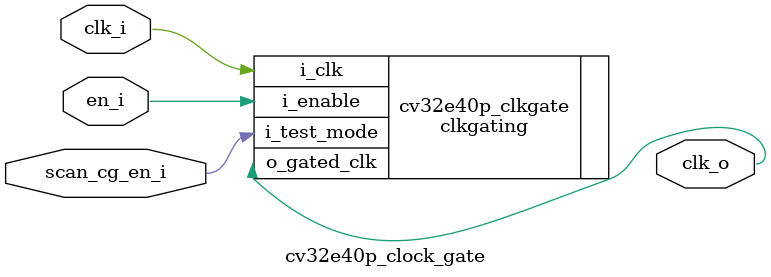
<source format=sv>
module cv32e40p_clock_gate(
    input  logic clk_i       ,
    input  logic en_i        ,
    input  logic scan_cg_en_i,
    output logic clk_o
);

  clkgating cv32e40p_clkgate 
  (
   .i_clk       ( clk_i        ),
   .i_test_mode ( scan_cg_en_i ),
   .i_enable    ( en_i         ),
   .o_gated_clk ( clk_o        )
  );

endmodule
</source>
